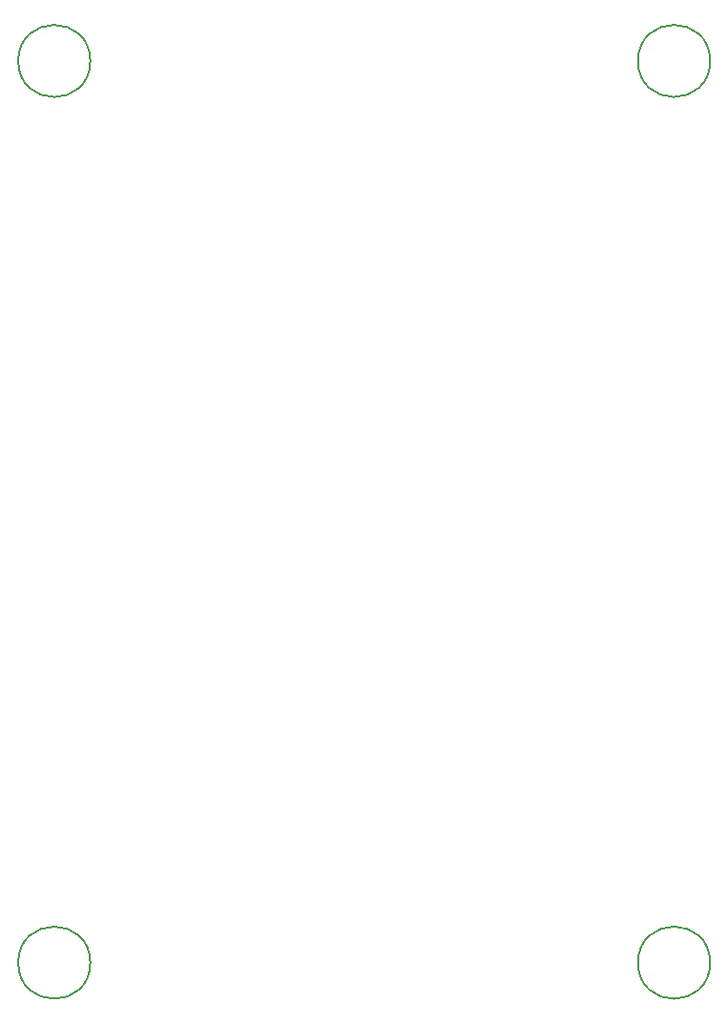
<source format=gbr>
%TF.GenerationSoftware,KiCad,Pcbnew,(6.0.0)*%
%TF.CreationDate,2022-05-13T18:08:34+02:00*%
%TF.ProjectId,Alimentation,416c696d-656e-4746-9174-696f6e2e6b69,rev?*%
%TF.SameCoordinates,Original*%
%TF.FileFunction,Other,Comment*%
%FSLAX46Y46*%
G04 Gerber Fmt 4.6, Leading zero omitted, Abs format (unit mm)*
G04 Created by KiCad (PCBNEW (6.0.0)) date 2022-05-13 18:08:34*
%MOMM*%
%LPD*%
G01*
G04 APERTURE LIST*
%ADD10C,0.150000*%
G04 APERTURE END LIST*
D10*
%TO.C,REF\u002A\u002A*%
X151152000Y-40448000D02*
G75*
G03*
X151152000Y-40448000I-3200000J0D01*
G01*
X96152000Y-120448000D02*
G75*
G03*
X96152000Y-120448000I-3200000J0D01*
G01*
X96152000Y-40448000D02*
G75*
G03*
X96152000Y-40448000I-3200000J0D01*
G01*
X151152000Y-120448000D02*
G75*
G03*
X151152000Y-120448000I-3200000J0D01*
G01*
%TD*%
M02*

</source>
